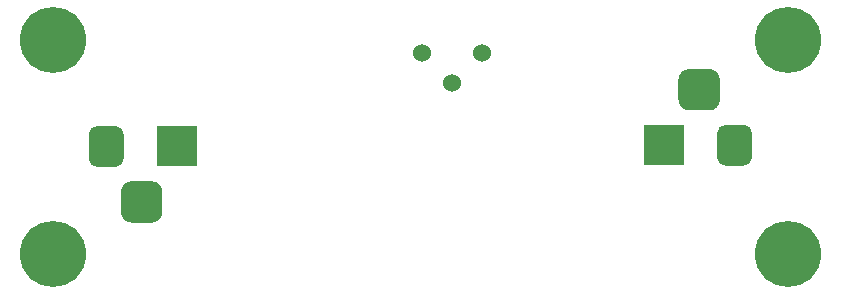
<source format=gbr>
%TF.GenerationSoftware,KiCad,Pcbnew,(5.1.10)-1*%
%TF.CreationDate,2021-09-15T21:12:31+02:00*%
%TF.ProjectId,Aquarium_LED_Dimmer,41717561-7269-4756-9d5f-4c45445f4469,rev?*%
%TF.SameCoordinates,Original*%
%TF.FileFunction,Soldermask,Bot*%
%TF.FilePolarity,Negative*%
%FSLAX46Y46*%
G04 Gerber Fmt 4.6, Leading zero omitted, Abs format (unit mm)*
G04 Created by KiCad (PCBNEW (5.1.10)-1) date 2021-09-15 21:12:31*
%MOMM*%
%LPD*%
G01*
G04 APERTURE LIST*
%ADD10C,1.524000*%
%ADD11C,5.600000*%
%ADD12R,3.500000X3.500000*%
G04 APERTURE END LIST*
D10*
%TO.C,RV1*%
X174290000Y-97060000D03*
X171750000Y-94520000D03*
X176830000Y-94520000D03*
%TD*%
D11*
%TO.C,H4*%
X202700000Y-111500000D03*
%TD*%
%TO.C,H3*%
X202700000Y-93400000D03*
%TD*%
%TO.C,H2*%
X140500000Y-111500000D03*
%TD*%
%TO.C,H1*%
X140500000Y-93400000D03*
%TD*%
%TO.C,OUT*%
G36*
G01*
X196950000Y-96725000D02*
X196950000Y-98475000D01*
G75*
G02*
X196075000Y-99350000I-875000J0D01*
G01*
X194325000Y-99350000D01*
G75*
G02*
X193450000Y-98475000I0J875000D01*
G01*
X193450000Y-96725000D01*
G75*
G02*
X194325000Y-95850000I875000J0D01*
G01*
X196075000Y-95850000D01*
G75*
G02*
X196950000Y-96725000I0J-875000D01*
G01*
G37*
G36*
G01*
X199700000Y-101300000D02*
X199700000Y-103300000D01*
G75*
G02*
X198950000Y-104050000I-750000J0D01*
G01*
X197450000Y-104050000D01*
G75*
G02*
X196700000Y-103300000I0J750000D01*
G01*
X196700000Y-101300000D01*
G75*
G02*
X197450000Y-100550000I750000J0D01*
G01*
X198950000Y-100550000D01*
G75*
G02*
X199700000Y-101300000I0J-750000D01*
G01*
G37*
D12*
X192200000Y-102300000D03*
%TD*%
%TO.C,IN*%
G36*
G01*
X146250000Y-107975000D02*
X146250000Y-106225000D01*
G75*
G02*
X147125000Y-105350000I875000J0D01*
G01*
X148875000Y-105350000D01*
G75*
G02*
X149750000Y-106225000I0J-875000D01*
G01*
X149750000Y-107975000D01*
G75*
G02*
X148875000Y-108850000I-875000J0D01*
G01*
X147125000Y-108850000D01*
G75*
G02*
X146250000Y-107975000I0J875000D01*
G01*
G37*
G36*
G01*
X143500000Y-103400000D02*
X143500000Y-101400000D01*
G75*
G02*
X144250000Y-100650000I750000J0D01*
G01*
X145750000Y-100650000D01*
G75*
G02*
X146500000Y-101400000I0J-750000D01*
G01*
X146500000Y-103400000D01*
G75*
G02*
X145750000Y-104150000I-750000J0D01*
G01*
X144250000Y-104150000D01*
G75*
G02*
X143500000Y-103400000I0J750000D01*
G01*
G37*
X151000000Y-102400000D03*
%TD*%
M02*

</source>
